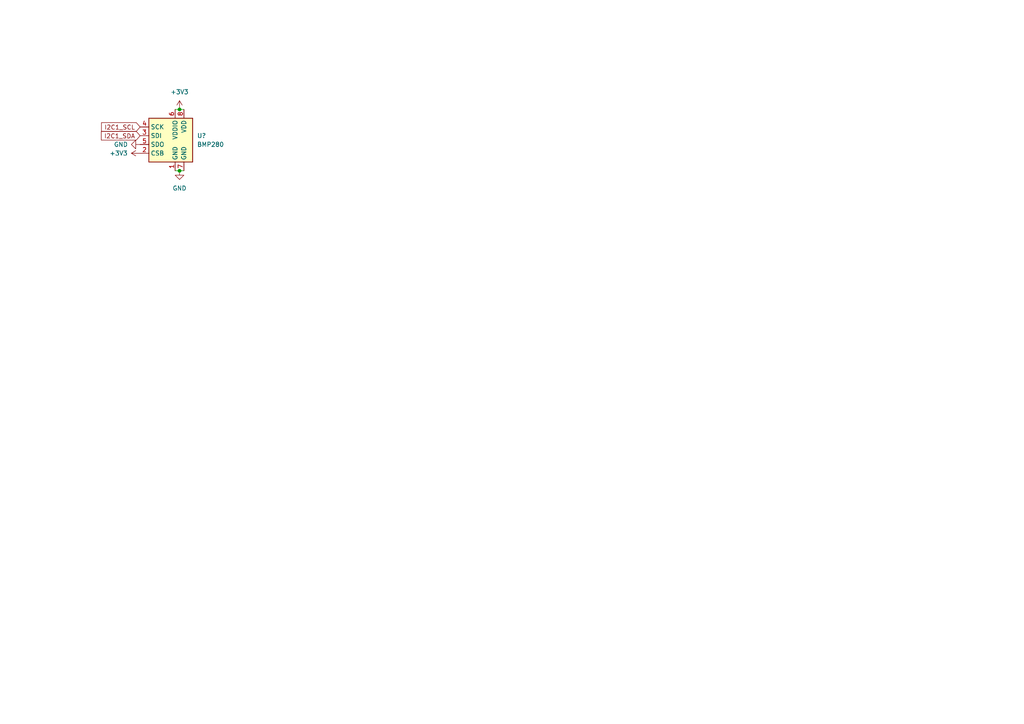
<source format=kicad_sch>
(kicad_sch (version 20211123) (generator eeschema)
  (paper "A4")
  (lib_symbols
    (symbol "Sensor_Pressure:BMP280"
      (property "Reference" "U" (at -7.62 10.16 0))
      (property "Value" "BMP280" (at 5.08 10.16 0))
      (symbol "BMP280_0_1"
        (rectangle (start -7.62 -5.08) (end 5.08 7.62) (stroke (width 0.254)) (fill (type background)))
      )
      (symbol "BMP280_1_1"
        (pin power_in line (at 0 -7.62 90) (length 2.54) (name "GND") (number "1"))
        (pin input line (at -10.16 -2.54 0) (length 2.54) (name "CSB") (number "2"))
        (pin bidirectional line (at -10.16 2.54 0) (length 2.54) (name "SDI") (number "3"))
        (pin input line (at -10.16 5.08 0) (length 2.54) (name "SCK") (number "4"))
        (pin bidirectional line (at -10.16 0 0) (length 2.54) (name "SDO") (number "5"))
        (pin power_in line (at 0 10.16 270) (length 2.54) (name "VDDIO") (number "6"))
        (pin power_in line (at 2.54 -7.62 90) (length 2.54) (name "GND") (number "7"))
        (pin power_in line (at 2.54 10.16 270) (length 2.54) (name "VDD") (number "8"))
      )
    )
    (symbol "power:+3V3" (power) (pin_names (offset 0))
      (property "Value" "+3V3" (at 0 3.556 0))
      (symbol "+3V3_0_1"
        (polyline (pts (xy -0.762 1.27) (xy 0 2.54)))
        (polyline (pts (xy 0 0) (xy 0 2.54)))
        (polyline (pts (xy 0 2.54) (xy 0.762 1.27)))
      )
      (symbol "+3V3_1_1"
        (pin power_in line (at 0 0 90) (length 0) hide (name "+3V3") (number "1"))
      )
    )
    (symbol "power:GND" (power) (pin_names (offset 0))
      (property "Value" "GND" (at 0 -3.81 0))
      (symbol "GND_0_1"
        (polyline (pts (xy 0 0) (xy 0 -1.27) (xy 1.27 -1.27) (xy 0 -2.54) (xy -1.27 -1.27) (xy 0 -1.27)))
      )
      (symbol "GND_1_1"
        (pin power_in line (at 0 0 270) (length 0) hide (name "GND") (number "1"))
      )
    )
  )
  (junction (at 52.07 49.53))
  (junction (at 52.07 31.75))
  (wire (pts (xy 50.8 31.75) (xy 52.07 31.75)))
  (wire (pts (xy 52.07 31.75) (xy 53.34 31.75)))
  (wire (pts (xy 52.07 49.53) (xy 53.34 49.53)))
  (wire (pts (xy 50.8 49.53) (xy 52.07 49.53)))
  (global_label "I2C1_SCL" (shape input) (at 40.64 36.83 180) (property "Intersheet References" "${INTERSHEET_REFS}" (effects hide)))
  (global_label "I2C1_SDA" (shape input) (at 40.64 39.37 180) (property "Intersheet References" "${INTERSHEET_REFS}" (effects hide)))
  (symbol (lib_id "power:+3V3") (at 40.64 44.45 90) (unit 1)
    (property "Reference" "#PWR?" (effects hide))
    (property "Value" "+3V3" (at 31.75 44.45 90) (effects (justify right)))
  )
  (symbol (lib_id "Sensor_Pressure:BMP280") (at 50.8 41.91 0) (unit 1)
    (property "Reference" "U?" (at 57.15 39.3699 0) (effects (justify left)))
    (property "Value" "BMP280" (at 57.15 41.9099 0) (effects (justify left)))
    (property "Footprint" "Package_LGA:Bosch_LGA-8_2x2.5mm_P0.65mm_ClockwisePinNumbering" (effects hide))
    (property "Datasheet" "https://ae-bst.resource.bosch.com/media/_tech/media/datasheets/BST-BMP280-DS001.pdf" (effects hide))
  )
  (symbol (lib_id "power:GND") (at 40.64 41.91 270) (unit 1)
    (property "Reference" "#PWR?" (effects hide))
    (property "Value" "GND" (at 33.02 41.91 90) (effects (justify left)))
  )
  (symbol (lib_id "power:GND") (at 52.07 49.53 0) (unit 1)
    (property "Reference" "#PWR?" (effects hide))
    (property "Value" "GND" (at 52.07 54.61 0))
  )
  (symbol (lib_id "power:+3V3") (at 52.07 31.75 0) (unit 1)
    (property "Reference" "#PWR?" (effects hide))
    (property "Value" "+3V3" (at 52.07 26.67 0))
  )
)
</source>
